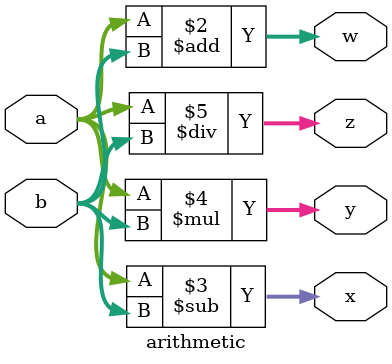
<source format=v>
module arithmetic(input[10:0] a,  // 1025 = 1024 + 1 = 2^10 + 2^0 --> avem nevoie de pana la bitul 10 --> avem nevoie de 11 biti
		  input[7:0] b,  // 126(2^7) < 226 < 256(2^8) --> avem nevoie de 8 biti
  		  output reg[10:0] w,  // In cel mai rau caz avem w = a(max) + b(max) = 1025 + 226 = 1251. 1024(2^10) < 1251 < 2048(2^11) --> avem nevoie de 11 biti
		  output reg[10:0] x,  // In cel mai rau caz avem x = a(max) - b(min) = 1025 - 0 = 1025. --> avem nevoie de 11 biti
	          output reg[17:0] y, // In cel mai rau caz avem y = a(max) * b(max) = 1025 * 226 = 231650. 
		  /* Pentru a afla de cati biti avem nevoie pentru numere
		  * foarte mari, carora nu le-am memorat puterile lui 2, putem
		  * face in felul urmator: [log2(X) + 1], unde [y] inseamna
		  * partea intreaga a lui y (ce e inainte de virgula). */
		 // Aplicand acest aspect pentru 231650: [log2(231650) + 1] = [17.821 + 1] = [18.821] = 18 biti.
		 // Nota:  Puteti calcula log in baza 2 folosind google, doar scriind log2(231650) la cautare
		  output reg[10:0] z//In cel mai rau caz avem z = a(max) / 1 = 1025 / 1 = 1025 --> avem nevoie de 11 biti. (Nu avem numere cu virgula, iar impartirea la zero genereaza eroare
	  );

	always @ (*) begin
		w = a + b;
		x = a - b;
		y = a * b;
		z = a / b;	
	end
endmodule	

</source>
